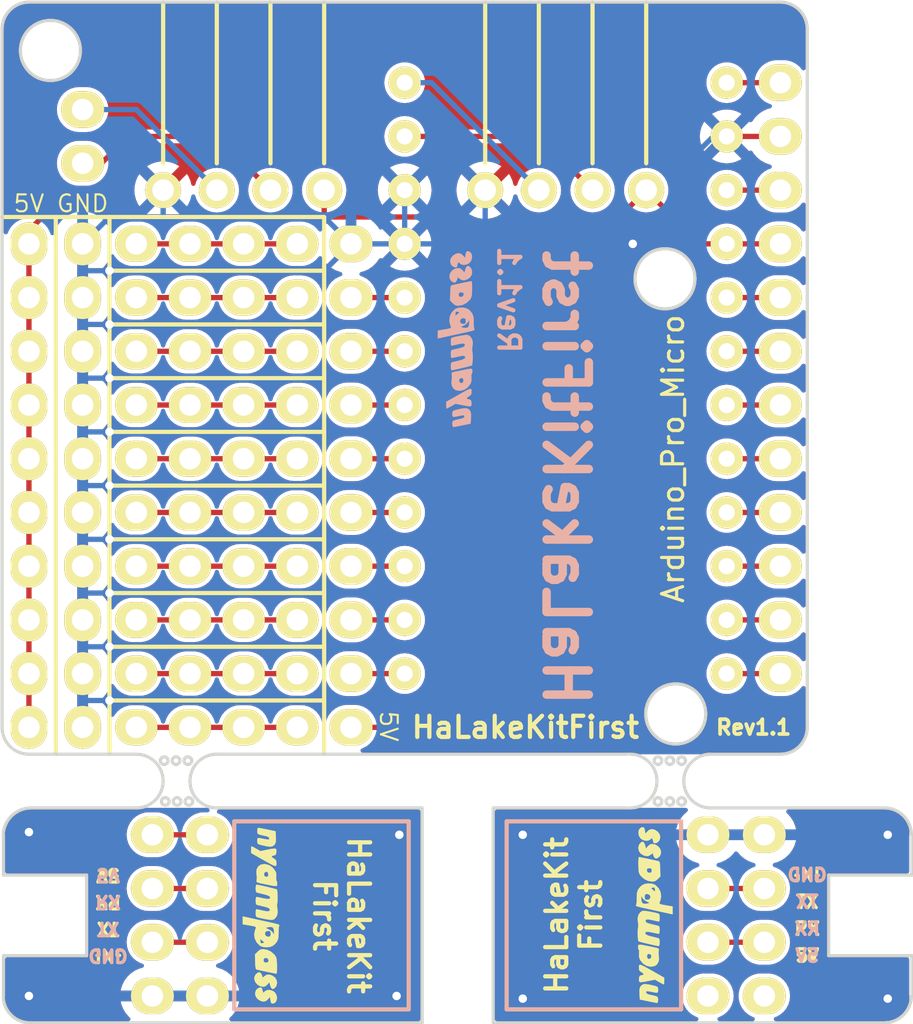
<source format=kicad_pcb>
(kicad_pcb (version 20221018) (generator pcbnew)
  (title_block (title "HaLakeKitFirst") (date "2017-01-19") (rev "1.1") (company "Nyampass.co.ltd."))
  (layers (0 "F.Cu" signal) (31 "B.Cu" signal) (34 "B.Paste" user) (35 "F.Paste" user) (36 "B.SilkS" user "B.Silkscreen") (37 "F.SilkS" user "F.Silkscreen") (38 "B.Mask" user) (39 "F.Mask" user) (44 "Edge.Cuts" user))
  (net 0 "")
  (net 1 "GND")
  (net 2 "+5V")
  (net 3 "TXD")
  (net 4 "RXD")
  (net 5 "2")
  (net 6 "3")
  (net 7 "4")
  (net 8 "5")
  (net 9 "6")
  (net 10 "7")
  (net 11 "8")
  (net 12 "9")
  (net 13 "Net-(J26-Pad1)")
  (net 14 "Net-(J26-Pad2)")
  (net 15 "A3")
  (net 16 "A2")
  (net 17 "A1")
  (net 18 "A0")
  (net 19 "15")
  (net 20 "14")
  (net 21 "16")
  (net 22 "10")
  (net 23 "RST")
  (net 24 "RAW")
  (net 25 "Net-(J1-Pad1)")
  (net 26 "Net-(J2-Pad1)")
  (net 27 "Net-(J3-Pad1)")
  (net 28 "Net-(J4-Pad1)")
  (net 29 "Net-(J5-Pad1)")
  (net 30 "Connector1_GND")
  (net 31 "Connector1_TX")
  (net 32 "Connector1_RX")
  (net 33 "Connector1_5V")
  (net 34 "Connector2_5V")
  (net 35 "Connector2_RX")
  (net 36 "Connector2_TX")
  (net 37 "Connector2_GND")
  (net 38 "Net-(J11-Pad1)")
  (net 39 "Net-(J12-Pad1)")
  (net 40 "Net-(J13-Pad1)")
  (net 41 "Net-(J14-Pad1)")
  (net 42 "Net-(J15-Pad1)")
  (footprint "simple_headers:Pin_Header_Straight_1x10" (layer "F.Cu") (at 127 137.16 90)
    (fp_text reference "J21" hide)
    (fp_text value "LINE_10" hide)
    (pad "1" thru_hole oval (at 0 0 90) (size 2.032 1.7272) (drill 1.016) (layers "*.Cu" "*.Mask" "F.SilkS") (net 1 "GND"))
    (pad "2" thru_hole oval (at 2.54 0 90) (size 2.032 1.7272) (drill 1.016) (layers "*.Cu" "*.Mask" "F.SilkS") (net 1 "GND"))
    (pad "3" thru_hole oval (at 5.08 0 90) (size 2.032 1.7272) (drill 1.016) (layers "*.Cu" "*.Mask" "F.SilkS") (net 1 "GND"))
    (pad "4" thru_hole oval (at 7.62 0 90) (size 2.032 1.7272) (drill 1.016) (layers "*.Cu" "*.Mask" "F.SilkS") (net 1 "GND"))
    (pad "5" thru_hole oval (at 10.16 0 90) (size 2.032 1.7272) (drill 1.016) (layers "*.Cu" "*.Mask" "F.SilkS") (net 1 "GND"))
    (pad "6" thru_hole oval (at 12.7 0 90) (size 2.032 1.7272) (drill 1.016) (layers "*.Cu" "*.Mask" "F.SilkS") (net 1 "GND"))
    (pad "7" thru_hole oval (at 15.24 0 90) (size 2.032 1.7272) (drill 1.016) (layers "*.Cu" "*.Mask" "F.SilkS") (net 1 "GND"))
    (pad "8" thru_hole oval (at 17.78 0 90) (size 2.032 1.7272) (drill 1.016) (layers "*.Cu" "*.Mask" "F.SilkS") (net 1 "GND"))
    (pad "9" thru_hole oval (at 20.32 0 90) (size 2.032 1.7272) (drill 1.016) (layers "*.Cu" "*.Mask" "F.SilkS") (net 1 "GND"))
    (pad "10" thru_hole oval (at 22.86 0 90) (size 2.032 1.7272) (drill 1.016) (layers "*.Cu" "*.Mask" "F.SilkS") (net 1 "GND"))
  )
  (footprint "simple_headers:Pin_Header_Straight_1x10" (layer "F.Cu") (at 124.46 137.16 90)
    (fp_text reference "J22" hide)
    (fp_text value "LINE_10" hide)
    (pad "1" thru_hole oval (at 0 0 90) (size 2.032 1.7272) (drill 1.016) (layers "*.Cu" "*.Mask" "F.SilkS") (net 2 "+5V"))
    (pad "2" thru_hole oval (at 2.54 0 90) (size 2.032 1.7272) (drill 1.016) (layers "*.Cu" "*.Mask" "F.SilkS") (net 2 "+5V"))
    (pad "3" thru_hole oval (at 5.08 0 90) (size 2.032 1.7272) (drill 1.016) (layers "*.Cu" "*.Mask" "F.SilkS") (net 2 "+5V"))
    (pad "4" thru_hole oval (at 7.62 0 90) (size 2.032 1.7272) (drill 1.016) (layers "*.Cu" "*.Mask" "F.SilkS") (net 2 "+5V"))
    (pad "5" thru_hole oval (at 10.16 0 90) (size 2.032 1.7272) (drill 1.016) (layers "*.Cu" "*.Mask" "F.SilkS") (net 2 "+5V"))
    (pad "6" thru_hole oval (at 12.7 0 90) (size 2.032 1.7272) (drill 1.016) (layers "*.Cu" "*.Mask" "F.SilkS") (net 2 "+5V"))
    (pad "7" thru_hole oval (at 15.24 0 90) (size 2.032 1.7272) (drill 1.016) (layers "*.Cu" "*.Mask" "F.SilkS") (net 2 "+5V"))
    (pad "8" thru_hole oval (at 17.78 0 90) (size 2.032 1.7272) (drill 1.016) (layers "*.Cu" "*.Mask" "F.SilkS") (net 2 "+5V"))
    (pad "9" thru_hole oval (at 20.32 0 90) (size 2.032 1.7272) (drill 1.016) (layers "*.Cu" "*.Mask" "F.SilkS") (net 2 "+5V"))
    (pad "10" thru_hole oval (at 22.86 0 90) (size 2.032 1.7272) (drill 1.016) (layers "*.Cu" "*.Mask" "F.SilkS") (net 2 "+5V"))
  )
  (footprint "simple_headers:Pin_Header_Straight_1x02" (layer "F.Cu") (at 127 107.95)
    (fp_text reference "J26" hide)
    (fp_text value "HEADER_2" hide)
    (pad "1" thru_hole oval (at 0 0) (size 2.032 1.7272) (drill 1.016) (layers "*.Cu" "*.Mask" "F.SilkS") (net 13 "Net-(J26-Pad1)"))
    (pad "2" thru_hole oval (at 0 2.54) (size 2.032 1.7272) (drill 1.016) (layers "*.Cu" "*.Mask" "F.SilkS") (net 14 "Net-(J26-Pad2)"))
  )
  (footprint "simple_headers:Pin_Header_Straight_1x12" (layer "F.Cu") (at 160.02 106.68)
    (fp_text reference "J27" hide)
    (fp_text value "HEADER_12" hide)
    (pad "1" thru_hole oval (at 0 0) (size 2.032 1.7272) (drill 1.016) (layers "*.Cu" "*.Mask" "F.SilkS") (net 24 "RAW"))
    (pad "2" thru_hole oval (at 0 2.54) (size 2.032 1.7272) (drill 1.016) (layers "*.Cu" "*.Mask" "F.SilkS") (net 1 "GND"))
    (pad "3" thru_hole oval (at 0 5.08) (size 2.032 1.7272) (drill 1.016) (layers "*.Cu" "*.Mask" "F.SilkS") (net 23 "RST"))
    (pad "4" thru_hole oval (at 0 7.62) (size 2.032 1.7272) (drill 1.016) (layers "*.Cu" "*.Mask" "F.SilkS") (net 2 "+5V"))
    (pad "5" thru_hole oval (at 0 10.16) (size 2.032 1.7272) (drill 1.016) (layers "*.Cu" "*.Mask" "F.SilkS") (net 15 "A3"))
    (pad "6" thru_hole oval (at 0 12.7) (size 2.032 1.7272) (drill 1.016) (layers "*.Cu" "*.Mask" "F.SilkS") (net 16 "A2"))
    (pad "7" thru_hole oval (at 0 15.24) (size 2.032 1.7272) (drill 1.016) (layers "*.Cu" "*.Mask" "F.SilkS") (net 17 "A1"))
    (pad "8" thru_hole oval (at 0 17.78) (size 2.032 1.7272) (drill 1.016) (layers "*.Cu" "*.Mask" "F.SilkS") (net 18 "A0"))
    (pad "9" thru_hole oval (at 0 20.32) (size 2.032 1.7272) (drill 1.016) (layers "*.Cu" "*.Mask" "F.SilkS") (net 19 "15"))
    (pad "10" thru_hole oval (at 0 22.86) (size 2.032 1.7272) (drill 1.016) (layers "*.Cu" "*.Mask" "F.SilkS") (net 20 "14"))
    (pad "11" thru_hole oval (at 0 25.4) (size 2.032 1.7272) (drill 1.016) (layers "*.Cu" "*.Mask" "F.SilkS") (net 21 "16"))
    (pad "12" thru_hole oval (at 0 27.94) (size 2.032 1.7272) (drill 1.016) (layers "*.Cu" "*.Mask" "F.SilkS") (net 22 "10"))
  )
  (footprint "arduino_pro_micro:Arduino Pro Micro" (layer "F.Cu") (at 149.86 106.68)
    (fp_text reference "U1" hide)
    (fp_text value "Arduino_Pro_Micro" (at 5.08 17.78 90) (layer "F.SilkS"))
    (pad "1" thru_hole circle (at -7.62 0) (size 1.524 1.524) (drill 0.762) (layers "*.Cu" "*.Mask" "F.SilkS") (net 3 "TXD"))
    (pad "2" thru_hole circle (at -7.62 2.54) (size 1.524 1.524) (drill 0.762) (layers "*.Cu" "*.Mask" "F.SilkS") (net 4 "RXD"))
    (pad "3" thru_hole circle (at -7.62 5.08) (size 1.524 1.524) (drill 0.762) (layers "*.Cu" "*.Mask" "F.SilkS") (net 1 "GND"))
    (pad "4" thru_hole circle (at -7.62 7.62) (size 1.524 1.524) (drill 0.762) (layers "*.Cu" "*.Mask" "F.SilkS") (net 1 "GND"))
    (pad "5" thru_hole circle (at -7.62 10.16) (size 1.524 1.524) (drill 0.762) (layers "*.Cu" "*.Mask" "F.SilkS") (net 5 "2"))
    (pad "6" thru_hole circle (at -7.62 12.7) (size 1.524 1.524) (drill 0.762) (layers "*.Cu" "*.Mask" "F.SilkS") (net 6 "3"))
    (pad "7" thru_hole circle (at -7.62 15.24) (size 1.524 1.524) (drill 0.762) (layers "*.Cu" "*.Mask" "F.SilkS") (net 7 "4"))
    (pad "8" thru_hole circle (at -7.62 17.78) (size 1.524 1.524) (drill 0.762) (layers "*.Cu" "*.Mask" "F.SilkS") (net 8 "5"))
    (pad "9" thru_hole circle (at -7.62 20.32) (size 1.524 1.524) (drill 0.762) (layers "*.Cu" "*.Mask" "F.SilkS") (net 9 "6"))
    (pad "10" thru_hole circle (at -7.62 22.86) (size 1.524 1.524) (drill 0.762) (layers "*.Cu" "*.Mask" "F.SilkS") (net 10 "7"))
    (pad "11" thru_hole circle (at -7.62 25.4) (size 1.524 1.524) (drill 0.762) (layers "*.Cu" "*.Mask" "F.SilkS") (net 11 "8"))
    (pad "12" thru_hole circle (at -7.62 27.94) (size 1.524 1.524) (drill 0.762) (layers "*.Cu" "*.Mask" "F.SilkS") (net 12 "9"))
    (pad "13" thru_hole circle (at 7.62 27.94) (size 1.524 1.524) (drill 0.762) (layers "*.Cu" "*.Mask" "F.SilkS") (net 22 "10"))
    (pad "14" thru_hole circle (at 7.62 25.4) (size 1.524 1.524) (drill 0.762) (layers "*.Cu" "*.Mask" "F.SilkS") (net 21 "16"))
    (pad "15" thru_hole circle (at 7.62 22.86) (size 1.524 1.524) (drill 0.762) (layers "*.Cu" "*.Mask" "F.SilkS") (net 20 "14"))
    (pad "16" thru_hole circle (at 7.62 20.32) (size 1.524 1.524) (drill 0.762) (layers "*.Cu" "*.Mask" "F.SilkS") (net 19 "15"))
    (pad "17" thru_hole circle (at 7.62 17.78) (size 1.524 1.524) (drill 0.762) (layers "*.Cu" "*.Mask" "F.SilkS") (net 18 "A0"))
    (pad "18" thru_hole circle (at 7.62 15.24) (size 1.524 1.524) (drill 0.762) (layers "*.Cu" "*.Mask" "F.SilkS") (net 17 "A1"))
    (pad "19" thru_hole circle (at 7.62 12.7) (size 1.524 1.524) (drill 0.762) (layers "*.Cu" "*.Mask" "F.SilkS") (net 16 "A2"))
    (pad "20" thru_hole circle (at 7.62 10.16) (size 1.524 1.524) (drill 0.762) (layers "*.Cu" "*.Mask" "F.SilkS") (net 15 "A3"))
    (pad "21" thru_hole circle (at 7.62 7.62) (size 1.524 1.524) (drill 0.762) (layers "*.Cu" "*.Mask" "F.SilkS") (net 2 "+5V"))
    (pad "22" thru_hole circle (at 7.62 5.08) (size 1.524 1.524) (drill 0.762) (layers "*.Cu" "*.Mask" "F.SilkS") (net 23 "RST"))
    (pad "23" thru_hole circle (at 7.62 2.54) (size 1.524 1.524) (drill 0.762) (layers "*.Cu" "*.Mask" "F.SilkS") (net 1 "GND"))
    (pad "24" thru_hole circle (at 7.62 0) (size 1.524 1.524) (drill 0.762) (layers "*.Cu" "*.Mask" "F.SilkS") (net 24 "RAW"))
  )
  (footprint "logos:nyampass_logo_8p4mm" (layer "F.Cu") (at 135.4455 146.05 -90)
    (fp_text reference "G***" hide)
    (fp_text value "LOGO" hide)
  )
  (footprint "simple_headers:Pin_Header_Connect_1x04" (layer "F.Cu") (at 129.54 114.3 90)
    (fp_text reference "J1" hide)
    (fp_text value "LINE_4" hide)
    (pad "1" thru_hole oval (at 0 0 90) (size 1.7 2) (drill 1.016) (layers "*.Cu" "*.Mask" "F.SilkS") (net 25 "Net-(J1-Pad1)"))
    (pad "2" thru_hole oval (at 0 2.54 90) (size 1.7 2) (drill 1.016) (layers "*.Cu" "*.Mask" "F.SilkS") (net 25 "Net-(J1-Pad1)"))
    (pad "3" thru_hole oval (at 0 5.08 90) (size 1.7 2) (drill 1.016) (layers "*.Cu" "*.Mask" "F.SilkS") (net 25 "Net-(J1-Pad1)"))
    (pad "4" thru_hole oval (at 0 7.62 90) (size 1.7 2) (drill 1.016) (layers "*.Cu" "*.Mask" "F.SilkS") (net 25 "Net-(J1-Pad1)"))
  )
  (footprint "simple_headers:Pin_Header_Connect_1x04" (layer "F.Cu") (at 129.54 116.84 90)
    (fp_text reference "J2" hide)
    (fp_text value "LINE_4" hide)
    (pad "1" thru_hole oval (at 0 0 90) (size 1.7 2) (drill 1.016) (layers "*.Cu" "*.Mask" "F.SilkS") (net 26 "Net-(J2-Pad1)"))
    (pad "2" thru_hole oval (at 0 2.54 90) (size 1.7 2) (drill 1.016) (layers "*.Cu" "*.Mask" "F.SilkS") (net 26 "Net-(J2-Pad1)"))
    (pad "3" thru_hole oval (at 0 5.08 90) (size 1.7 2) (drill 1.016) (layers "*.Cu" "*.Mask" "F.SilkS") (net 26 "Net-(J2-Pad1)"))
    (pad "4" thru_hole oval (at 0 7.62 90) (size 1.7 2) (drill 1.016) (layers "*.Cu" "*.Mask" "F.SilkS") (net 26 "Net-(J2-Pad1)"))
  )
  (footprint "simple_headers:Pin_Header_Connect_1x04" (layer "F.Cu") (at 129.54 119.38 90)
    (fp_text reference "J3" hide)
    (fp_text value "LINE_4" hide)
    (pad "1" thru_hole oval (at 0 0 90) (size 1.7 2) (drill 1.016) (layers "*.Cu" "*.Mask" "F.SilkS") (net 27 "Net-(J3-Pad1)"))
    (pad "2" thru_hole oval (at 0 2.54 90) (size 1.7 2) (drill 1.016) (layers "*.Cu" "*.Mask" "F.SilkS") (net 27 "Net-(J3-Pad1)"))
    (pad "3" thru_hole oval (at 0 5.08 90) (size 1.7 2) (drill 1.016) (layers "*.Cu" "*.Mask" "F.SilkS") (net 27 "Net-(J3-Pad1)"))
    (pad "4" thru_hole oval (at 0 7.62 90) (size 1.7 2) (drill 1.016) (layers "*.Cu" "*.Mask" "F.SilkS") (net 27 "Net-(J3-Pad1)"))
  )
  (footprint "simple_headers:Pin_Header_Connect_1x04" (layer "F.Cu") (at 129.54 132.08 90)
    (fp_text reference "J4" hide)
    (fp_text value "LINE_4" hide)
    (pad "1" thru_hole oval (at 0 0 90) (size 1.7 2) (drill 1.016) (layers "*.Cu" "*.Mask" "F.SilkS") (net 28 "Net-(J4-Pad1)"))
    (pad "2" thru_hole oval (at 0 2.54 90) (size 1.7 2) (drill 1.016) (layers "*.Cu" "*.Mask" "F.SilkS") (net 28 "Net-(J4-Pad1)"))
    (pad "3" thru_hole oval (at 0 5.08 90) (size 1.7 2) (drill 1.016) (layers "*.Cu" "*.Mask" "F.SilkS") (net 28 "Net-(J4-Pad1)"))
    (pad "4" thru_hole oval (at 0 7.62 90) (size 1.7 2) (drill 1.016) (layers "*.Cu" "*.Mask" "F.SilkS") (net 28 "Net-(J4-Pad1)"))
  )
  (footprint "simple_headers:Pin_Header_Connect_1x04" (layer "F.Cu") (at 129.54 121.92 90)
    (fp_text reference "J5" hide)
    (fp_text value "LINE_4" hide)
    (pad "1" thru_hole oval (at 0 0 90) (size 1.7 2) (drill 1.016) (layers "*.Cu" "*.Mask" "F.SilkS") (net 29 "Net-(J5-Pad1)"))
    (pad "2" thru_hole oval (at 0 2.54 90) (size 1.7 2) (drill 1.016) (layers "*.Cu" "*.Mask" "F.SilkS") (net 29 "Net-(J5-Pad1)"))
    (pad "3" thru_hole oval (at 0 5.08 90) (size 1.7 2) (drill 1.016) (layers "*.Cu" "*.Mask" "F.SilkS") (net 29 "Net-(J5-Pad1)"))
    (pad "4" thru_hole oval (at 0 7.62 90) (size 1.7 2) (drill 1.016) (layers "*.Cu" "*.Mask" "F.SilkS") (net 29 "Net-(J5-Pad1)"))
  )
  (footprint "simple_headers:Pin_Header_Straight_1x10" (layer "F.Cu") (at 139.7 114.3)
    (fp_text reference "J6" hide)
    (fp_text value "HEADER_10" hide)
    (pad "1" thru_hole oval (at 0 0) (size 2.032 1.7272) (drill 1.016) (layers "*.Cu" "*.Mask" "F.SilkS") (net 1 "GND"))
    (pad "2" thru_hole oval (at 0 2.54) (size 2.032 1.7272) (drill 1.016) (layers "*.Cu" "*.Mask" "F.SilkS") (net 5 "2"))
    (pad "3" thru_hole oval (at 0 5.08) (size 2.032 1.7272) (drill 1.016) (layers "*.Cu" "*.Mask" "F.SilkS") (net 6 "3"))
    (pad "4" thru_hole oval (at 0 7.62) (size 2.032 1.7272) (drill 1.016) (layers "*.Cu" "*.Mask" "F.SilkS") (net 7 "4"))
    (pad "5" thru_hole oval (at 0 10.16) (size 2.032 1.7272) (drill 1.016) (layers "*.Cu" "*.Mask" "F.SilkS") (net 8 "5"))
    (pad "6" thru_hole oval (at 0 12.7) (size 2.032 1.7272) (drill 1.016) (layers "*.Cu" "*.Mask" "F.SilkS") (net 9 "6"))
    (pad "7" thru_hole oval (at 0 15.24) (size 2.032 1.7272) (drill 1.016) (layers "*.Cu" "*.Mask" "F.SilkS") (net 10 "7"))
    (pad "8" thru_hole oval (at 0 17.78) (size 2.032 1.7272) (drill 1.016) (layers "*.Cu" "*.Mask" "F.SilkS") (net 11 "8"))
    (pad "9" thru_hole oval (at 0 20.32) (size 2.032 1.7272) (drill 1.016) (layers "*.Cu" "*.Mask" "F.SilkS") (net 12 "9"))
    (pad "10" thru_hole oval (at 0 22.86) (size 2.032 1.7272) (drill 1.016) (layers "*.Cu" "*.Mask" "F.SilkS") (net 2 "+5V"))
  )
  (footprint "simple_headers:Pin_Header_Straight_1x04" (layer "F.Cu") (at 132.9055 142.24)
    (fp_text reference "J9" hide)
    (fp_text value "Connector_4" hide)
    (pad "1" thru_hole oval (at 0 0) (size 2.032 1.7272) (drill 1.016) (layers "*.Cu" "*.Mask" "F.SilkS") (net 33 "Connector1_5V"))
    (pad "2" thru_hole oval (at 0 2.54) (size 2.032 1.7272) (drill 1.016) (layers "*.Cu" "*.Mask" "F.SilkS") (net 32 "Connector1_RX"))
    (pad "3" thru_hole oval (at 0 5.08) (size 2.032 1.7272) (drill 1.016) (layers "*.Cu" "*.Mask" "F.SilkS") (net 31 "Connector1_TX"))
    (pad "4" thru_hole oval (at 0 7.62) (size 2.032 1.7272) (drill 1.016) (layers "*.Cu" "*.Mask" "F.SilkS") (net 30 "Connector1_GND"))
  )
  (footprint "simple_headers:Pin_Header_Straight_1x04" (layer "F.Cu") (at 156.591 149.86 180)
    (fp_text reference "J10" hide)
    (fp_text value "Connector_4" hide)
    (pad "1" thru_hole oval (at 0 0 180) (size 2.032 1.7272) (drill 1.016) (layers "*.Cu" "*.Mask" "F.SilkS") (net 34 "Connector2_5V"))
    (pad "2" thru_hole oval (at 0 2.54 180) (size 2.032 1.7272) (drill 1.016) (layers "*.Cu" "*.Mask" "F.SilkS") (net 35 "Connector2_RX"))
    (pad "3" thru_hole oval (at 0 5.08 180) (size 2.032 1.7272) (drill 1.016) (layers "*.Cu" "*.Mask" "F.SilkS") (net 36 "Connector2_TX"))
    (pad "4" thru_hole oval (at 0 7.62 180) (size 2.032 1.7272) (drill 1.016) (layers "*.Cu" "*.Mask" "F.SilkS") (net 37 "Connector2_GND"))
  )
  (footprint "simple_headers:Pin_Header_Connect_1x04" (layer "F.Cu") (at 129.54 124.46 90)
    (fp_text reference "J11" hide)
    (fp_text value "LINE_4" hide)
    (pad "1" thru_hole oval (at 0 0 90) (size 1.7 2) (drill 1.016) (layers "*.Cu" "*.Mask" "F.SilkS") (net 38 "Net-(J11-Pad1)"))
    (pad "2" thru_hole oval (at 0 2.54 90) (size 1.7 2) (drill 1.016) (layers "*.Cu" "*.Mask" "F.SilkS") (net 38 "Net-(J11-Pad1)"))
    (pad "3" thru_hole oval (at 0 5.08 90) (size 1.7 2) (drill 1.016) (layers "*.Cu" "*.Mask" "F.SilkS") (net 38 "Net-(J11-Pad1)"))
    (pad "4" thru_hole oval (at 0 7.62 90) (size 1.7 2) (drill 1.016) (layers "*.Cu" "*.Mask" "F.SilkS") (net 38 "Net-(J11-Pad1)"))
  )
  (footprint "simple_headers:Pin_Header_Connect_1x04" (layer "F.Cu") (at 129.54 127 90)
    (fp_text reference "J12" hide)
    (fp_text value "LINE_4" hide)
    (pad "1" thru_hole oval (at 0 0 90) (size 1.7 2) (drill 1.016) (layers "*.Cu" "*.Mask" "F.SilkS") (net 39 "Net-(J12-Pad1)"))
    (pad "2" thru_hole oval (at 0 2.54 90) (size 1.7 2) (drill 1.016) (layers "*.Cu" "*.Mask" "F.SilkS") (net 39 "Net-(J12-Pad1)"))
    (pad "3" thru_hole oval (at 0 5.08 90) (size 1.7 2) (drill 1.016) (layers "*.Cu" "*.Mask" "F.SilkS") (net 39 "Net-(J12-Pad1)"))
    (pad "4" thru_hole oval (at 0 7.62 90) (size 1.7 2) (drill 1.016) (layers "*.Cu" "*.Mask" "F.SilkS") (net 39 "Net-(J12-Pad1)"))
  )
  (footprint "simple_headers:Pin_Header_Connect_1x04" (layer "F.Cu") (at 129.54 134.62 90)
    (fp_text reference "J13" hide)
    (fp_text value "LINE_4" hide)
    (pad "1" thru_hole oval (at 0 0 90) (size 1.7 2) (drill 1.016) (layers "*.Cu" "*.Mask" "F.SilkS") (net 40 "Net-(J13-Pad1)"))
    (pad "2" thru_hole oval (at 0 2.54 90) (size 1.7 2) (drill 1.016) (layers "*.Cu" "*.Mask" "F.SilkS") (net 40 "Net-(J13-Pad1)"))
    (pad "3" thru_hole oval (at 0 5.08 90) (size 1.7 2) (drill 1.016) (layers "*.Cu" "*.Mask" "F.SilkS") (net 40 "Net-(J13-Pad1)"))
    (pad "4" thru_hole oval (at 0 7.62 90) (size 1.7 2) (drill 1.016) (layers "*.Cu" "*.Mask" "F.SilkS") (net 40 "Net-(J13-Pad1)"))
  )
  (footprint "simple_headers:Pin_Header_Connect_1x04" (layer "F.Cu") (at 129.54 129.54 90)
    (fp_text reference "J14" hide)
    (fp_text value "LINE_4" hide)
    (pad "1" thru_hole oval (at 0 0 90) (size 1.7 2) (drill 1.016) (layers "*.Cu" "*.Mask" "F.SilkS") (net 41 "Net-(J14-Pad1)"))
    (pad "2" thru_hole oval (at 0 2.54 90) (size 1.7 2) (drill 1.016) (layers "*.Cu" "*.Mask" "F.SilkS") (net 41 "Net-(J14-Pad1)"))
    (pad "3" thru_hole oval (at 0 5.08 90) (size 1.7 2) (drill 1.016) (layers "*.Cu" "*.Mask" "F.SilkS") (net 41 "Net-(J14-Pad1)"))
    (pad "4" thru_hole oval (at 0 7.62 90) (size 1.7 2) (drill 1.016) (layers "*.Cu" "*.Mask" "F.SilkS") (net 41 "Net-(J14-Pad1)"))
  )
  (footprint "simple_headers:Pin_Header_Connect_1x04" (layer "F.Cu") (at 129.54 137.16 90)
    (fp_text reference "J15" hide)
    (fp_text value "LINE_4" hide)
    (pad "1" thru_hole oval (at 0 0 90) (size 1.7 2) (drill 1.016) (layers "*.Cu" "*.Mask" "F.SilkS") (net 42 "Net-(J15-Pad1)"))
    (pad "2" thru_hole oval (at 0 2.54 90) (size 1.7 2) (drill 1.016) (layers "*.Cu" "*.Mask" "F.SilkS") (net 42 "Net-(J15-Pad1)"))
    (pad "3" thru_hole oval (at 0 5.08 90) (size 1.7 2) (drill 1.016) (layers "*.Cu" "*.Mask" "F.SilkS") (net 42 "Net-(J15-Pad1)"))
    (pad "4" thru_hole oval (at 0 7.62 90) (size 1.7 2) (drill 1.016) (layers "*.Cu" "*.Mask" "F.SilkS") (net 42 "Net-(J15-Pad1)"))
  )
  (footprint "simple_headers:Pin_Header_Circle_1x04" (layer "F.Cu") (at 153.67 111.76 -90)
    (fp_text reference "J24" hide)
    (fp_text value "CIRCLES_4" hide)
    (pad "1" thru_hole circle (at 0 0 270) (size 1.7 1.7) (drill 1.016) (layers "*.Cu" "*.Mask" "F.SilkS") (net 2 "+5V"))
    (pad "2" thru_hole circle (at 0 2.54 270) (size 1.7 1.7) (drill 1.016) (layers "*.Cu" "*.Mask" "F.SilkS") (net 4 "RXD"))
    (pad "3" thru_hole circle (at 0 5.08 270) (size 1.7 1.7) (drill 1.016) (layers "*.Cu" "*.Mask" "F.SilkS") (net 3 "TXD"))
    (pad "4" thru_hole circle (at 0 7.62 270) (size 1.7 1.7) (drill 1.016) (layers "*.Cu" "*.Mask" "F.SilkS") (net 1 "GND"))
  )
  (footprint "simple_headers:Pin_Header_Circle_1x04" (layer "F.Cu") (at 138.43 111.76 -90)
    (fp_text reference "J28" hide)
    (fp_text value "CIRCLES_4" hide)
    (pad "1" thru_hole circle (at 0 0 270) (size 1.7 1.7) (drill 1.016) (layers "*.Cu" "*.Mask" "F.SilkS") (net 2 "+5V"))
    (pad "2" thru_hole circle (at 0 2.54 270) (size 1.7 1.7) (drill 1.016) (layers "*.Cu" "*.Mask" "F.SilkS") (net 14 "Net-(J26-Pad2)"))
    (pad "3" thru_hole circle (at 0 5.08 270) (size 1.7 1.7) (drill 1.016) (layers "*.Cu" "*.Mask" "F.SilkS") (net 13 "Net-(J26-Pad1)"))
    (pad "4" thru_hole circle (at 0 7.62 270) (size 1.7 1.7) (drill 1.016) (layers "*.Cu" "*.Mask" "F.SilkS") (net 1 "GND"))
  )
  (footprint "logos:nyampass_logo_8p4mm" (layer "F.Cu") (at 154.051 146.05 90)
    (fp_text reference "G***" hide)
    (fp_text value "LOGO" hide)
  )
  (footprint "simple_headers:Pin_Header_Straight_1x04" (layer "F.Cu") (at 130.302 142.24)
    (fp_text reference "J7" hide)
    (fp_text value "Connector_4" hide)
    (pad "1" thru_hole oval (at 0 0) (size 2.032 1.7272) (drill 1.016) (layers "*.Cu" "*.Mask" "F.SilkS") (net 33 "Connector1_5V"))
    (pad "2" thru_hole oval (at 0 2.54) (size 2.032 1.7272) (drill 1.016) (layers "*.Cu" "*.Mask" "F.SilkS") (net 32 "Connector1_RX"))
    (pad "3" thru_hole oval (at 0 5.08) (size 2.032 1.7272) (drill 1.016) (layers "*.Cu" "*.Mask" "F.SilkS") (net 31 "Connector1_TX"))
    (pad "4" thru_hole oval (at 0 7.62) (size 2.032 1.7272) (drill 1.016) (layers "*.Cu" "*.Mask" "F.SilkS") (net 30 "Connector1_GND"))
  )
  (footprint "simple_headers:Pin_Header_Straight_1x04" (layer "F.Cu") (at 159.258 149.86 180)
    (fp_text reference "J8" hide)
    (fp_text value "Connector_4" hide)
    (pad "1" thru_hole oval (at 0 0 180) (size 2.032 1.7272) (drill 1.016) (layers "*.Cu" "*.Mask" "F.SilkS") (net 34 "Connector2_5V"))
    (pad "2" thru_hole oval (at 0 2.54 180) (size 2.032 1.7272) (drill 1.016) (layers "*.Cu" "*.Mask" "F.SilkS") (net 35 "Connector2_RX"))
    (pad "3" thru_hole oval (at 0 5.08 180) (size 2.032 1.7272) (drill 1.016) (layers "*.Cu" "*.Mask" "F.SilkS") (net 36 "Connector2_TX"))
    (pad "4" thru_hole oval (at 0 7.62 180) (size 2.032 1.7272) (drill 1.016) (layers "*.Cu" "*.Mask" "F.SilkS") (net 37 "Connector2_GND"))
  )
  (footprint "logos:nyampass_logo_8p4mm" (layer "B.Cu") (at 144.6784 118.8212 90)
    (fp_text reference "G***" hide)
    (fp_text value "LOGO" hide)
  )
  (gr_line (start 147.066 150.495) (end 147.066 141.605) (stroke (width 0.2)) (layer "B.SilkS"))
  (gr_line (start 155.321 150.495) (end 147.066 150.495) (stroke (width 0.2)) (layer "B.SilkS"))
  (gr_line (start 155.321 141.605) (end 155.321 150.495) (stroke (width 0.2)) (layer "B.SilkS"))
  (gr_line (start 147.066 141.605) (end 155.321 141.605) (stroke (width 0.2)) (layer "B.SilkS"))
  (gr_line (start 134.1755 141.605) (end 142.4305 141.605) (stroke (width 0.2)) (layer "B.SilkS"))
  (gr_line (start 142.4305 141.605) (end 142.4305 150.495) (stroke (width 0.2)) (layer "B.SilkS"))
  (gr_line (start 134.1755 150.495) (end 134.1755 141.605) (stroke (width 0.2)) (layer "B.SilkS"))
  (gr_line (start 142.4305 150.495) (end 134.1755 150.495) (stroke (width 0.2)) (layer "B.SilkS"))
  (gr_line (start 153.67 102.87) (end 153.67 110.49) (stroke (width 0.2)) (layer "F.SilkS"))
  (gr_line (start 151.13 110.49) (end 151.13 102.87) (stroke (width 0.2)) (layer "F.SilkS"))
  (gr_line (start 148.59 110.49) (end 148.59 102.87) (stroke (width 0.2)) (layer "F.SilkS"))
  (gr_line (start 146.05 110.49) (end 146.05 102.87) (stroke (width 0.2)) (layer "F.SilkS"))
  (gr_line (start 130.81 110.49) (end 130.81 102.87) (stroke (width 0.2)) (layer "F.SilkS"))
  (gr_line (start 135.89 110.49) (end 135.89 102.87) (stroke (width 0.2)) (layer "F.SilkS"))
  (gr_line (start 128.27 120.65) (end 138.43 120.65) (stroke (width 0.2)) (layer "F.SilkS"))
  (gr_line (start 128.27 113.03) (end 128.27 138.43) (stroke (width 0.2)) (layer "F.SilkS"))
  (gr_line (start 128.27 123.19) (end 138.43 123.19) (stroke (width 0.2)) (layer "F.SilkS"))
  (gr_line (start 128.27 130.81) (end 138.43 130.81) (stroke (width 0.2)) (layer "F.SilkS"))
  (gr_line (start 128.27 135.89) (end 138.43 135.89) (stroke (width 0.2)) (layer "F.SilkS"))
  (gr_line (start 138.43 102.87) (end 138.43 110.49) (stroke (width 0.2)) (layer "F.SilkS"))
  (gr_line (start 128.27 115.57) (end 138.43 115.57) (stroke (width 0.2)) (layer "F.SilkS"))
  (gr_line (start 138.43 113.03) (end 138.43 138.43) (stroke (width 0.2)) (layer "F.SilkS"))
  (gr_line (start 125.73 138.43) (end 125.73 113.03) (stroke (width 0.2)) (layer "F.SilkS"))
  (gr_line (start 128.27 133.35) (end 138.43 133.35) (stroke (width 0.2)) (layer "F.SilkS"))
  (gr_line (start 133.35 110.49) (end 133.35 102.87) (stroke (width 0.2)) (layer "F.SilkS"))
  (gr_line (start 123.19 113.03) (end 138.43 113.03) (stroke (width 0.2)) (layer "F.SilkS"))
  (gr_line (start 128.27 118.11) (end 138.43 118.11) (stroke (width 0.2)) (layer "F.SilkS"))
  (gr_line (start 128.27 125.73) (end 138.43 125.73) (stroke (width 0.2)) (layer "F.SilkS"))
  (gr_line (start 128.27 128.27) (end 138.43 128.27) (stroke (width 0.2)) (layer "F.SilkS"))
  (gr_line (start 146.431 151.13) (end 146.431 140.97) (stroke (width 0.15)) (layer "Edge.Cuts"))
  (gr_line (start 162.306 147.955) (end 166.243 147.955) (stroke (width 0.15)) (layer "Edge.Cuts"))
  (gr_line (start 162.306 144.145) (end 166.243 144.145) (stroke (width 0.15)) (layer "Edge.Cuts"))
  (gr_line (start 166.243 147.955) (end 166.243 149.86) (stroke (width 0.15)) (layer "Edge.Cuts"))
  (gr_line (start 166.243 142.24) (end 166.243 144.145) (stroke (width 0.15)) (layer "Edge.Cuts"))
  (gr_circle (center 131.4196 138.7348) (end 131.5212 138.8872) (stroke (width 0.15)) (fill none) (layer "Edge.Cuts"))
  (gr_circle (center 131.4704 140.6652) (end 131.572 140.8176) (stroke (width 0.15)) (fill none) (layer "Edge.Cuts"))
  (gr_circle (center 154.2288 140.6652) (end 154.3304 140.8176) (stroke (width 0.15)) (fill none) (layer "Edge.Cuts"))
  (gr_circle (center 132.0292 140.6652) (end 132.1308 140.8176) (stroke (width 0.15)) (fill none) (layer "Edge.Cuts"))
  (gr_circle (center 154.2288 138.7348) (end 154.3304 138.8872) (stroke (width 0.15)) (fill none) (layer "Edge.Cuts"))
  (gr_circle (center 154.7876 138.7348) (end 154.8892 138.8872) (stroke (width 0.15)) (fill none) (layer "Edge.Cuts"))
  (gr_circle (center 155.3464 140.6652) (end 155.448 140.8176) (stroke (width 0.15)) (fill none) (layer "Edge.Cuts"))
  (gr_circle (center 154.7876 140.6652) (end 154.8892 140.8176) (stroke (width 0.15)) (fill none) (layer "Edge.Cuts"))
  (gr_circle (center 155.3464 138.7348) (end 155.448 138.8872) (stroke (width 0.15)) (fill none) (layer "Edge.Cuts"))
  (gr_circle (center 154.559 115.951) (end 155.829 115.316) (stroke (width 0.15)) (fill none) (layer "Edge.Cuts"))
  (gr_circle (center 155.067 136.525) (end 156.337 135.89) (stroke (width 0.15)) (fill none) (layer "Edge.Cuts"))
  (gr_arc (start 154.178 139.7) (mid 153.806026 140.598026) (end 152.908 140.97) (stroke (width 0.15)) (layer "Edge.Cuts"))
  (gr_line (start 127.1905 144.145) (end 123.2535 144.145) (stroke (width 0.15)) (layer "Edge.Cuts"))
  (gr_arc (start 130.81 139.7) (mid 130.438026 140.598026) (end 129.54 140.97) (stroke (width 0.15)) (layer "Edge.Cuts"))
  (gr_arc (start 124.46 138.43) (mid 123.561974 138.058026) (end 123.19 137.16) (stroke (width 0.15)) (layer "Edge.Cuts"))
  (gr_line (start 162.306 144.145) (end 162.306 147.955) (stroke (width 0.15)) (layer "Edge.Cuts"))
  (gr_line (start 161.29 104.14) (end 161.29 137.16) (stroke (width 0.15)) (layer "Edge.Cuts"))
  (gr_line (start 124.587 140.97) (end 129.54 140.97) (stroke (width 0.15)) (layer "Edge.Cuts"))
  (gr_arc (start 152.908 138.43) (mid 153.806026 138.801974) (end 154.178 139.7) (stroke (width 0.15)) (layer "Edge.Cuts"))
  (gr_arc (start 124.5616 151.13) (mid 123.648695 150.793947) (end 123.2408 149.9108) (stroke (width 0.15)) (layer "Edge.Cuts"))
  (gr_arc (start 160.02 102.87) (mid 160.918026 103.241974) (end 161.29 104.14) (stroke (width 0.15)) (layer "Edge.Cuts"))
  (gr_arc (start 161.29 137.16) (mid 160.918026 138.058026) (end 160.02 138.43) (stroke (width 0.15)) (layer "Edge.Cuts"))
  (gr_line (start 124.5235 151.13) (end 143.0655 151.13) (stroke (width 0.15)) (layer "Edge.Cuts"))
  (gr_line (start 123.2535 144.145) (end 123.2535 142.24) (stroke (width 0.15)) (layer "Edge.Cuts"))
  (gr_line (start 127.1905 147.955) (end 123.2535 147.955) (stroke (width 0.15)) (layer "Edge.Cuts"))
  (gr_line (start 133.2865 138.43) (end 152.781 138.43) (stroke (width 0.15)) (layer "Edge.Cuts"))
  (gr_circle (center 130.9116 140.6652) (end 131.0132 140.8176) (stroke (width 0.15)) (fill none) (layer "Edge.Cuts"))
  (gr_arc (start 129.54 138.43) (mid 130.438026 138.801974) (end 130.81 139.7) (stroke (width 0.15)) (layer "Edge.Cuts"))
  (gr_line (start 123.2535 149.86) (end 123.2535 147.955) (stroke (width 0.15)) (layer "Edge.Cuts"))
  (gr_line (start 156.591 138.43) (end 160.02 138.43) (stroke (width 0.15)) (layer "Edge.Cuts"))
  (gr_circle (center 130.8608 138.7348) (end 131.0132 138.8364) (stroke (width 0.15)) (fill none) (layer "Edge.Cuts"))
  (gr_arc (start 155.448 139.7) (mid 155.819974 138.801974) (end 156.718 138.43) (stroke (width 0.15)) (layer "Edge.Cuts"))
  (gr_line (start 124.46 138.43) (end 129.54 138.43) (stroke (width 0.15)) (layer "Edge.Cuts"))
  (gr_circle (center 131.9784 138.7348) (end 132.08 138.8872) (stroke (width 0.15)) (fill none) (layer "Edge.Cuts"))
  (gr_arc (start 123.19 104.14) (mid 123.561974 103.241974) (end 124.46 102.87) (stroke (width 0.15)) (layer "Edge.Cuts"))
  (gr_line (start 123.19 137.16) (end 123.19 104.14) (stroke (width 0.15)) (layer "Edge.Cuts"))
  (gr_line (start 164.973 140.97) (end 156.591 140.97) (stroke (width 0.15)) (layer "Edge.Cuts"))
  (gr_line (start 146.431 140.97) (end 152.781 140.97) (stroke (width 0.15)) (layer "Edge.Cuts"))
  (gr_arc (start 133.35 140.97) (mid 132.451974 140.598026) (end 132.08 139.7) (stroke (width 0.15)) (layer "Edge.Cuts"))
  (gr_line (start 133.35 140.97) (end 143.0655 140.97) (stroke (width 0.15)) (layer "Edge.Cuts"))
  (gr_line (start 127.1905 147.955) (end 127.1905 144.145) (stroke (width 0.15)) (layer "Edge.Cuts"))
  (gr_arc (start 132.08 139.7) (mid 132.451974 138.801974) (end 133.35 138.43) (stroke (width 0.15)) (layer "Edge.Cuts"))
  (gr_line (start 146.431 151.13) (end 164.973 151.13) (stroke (width 0.15)) (layer "Edge.Cuts"))
  (gr_arc (start 164.9476 140.97) (mid 165.845626 141.341974) (end 166.2176 142.24) (stroke (width 0.15)) (layer "Edge.Cuts"))
  (gr_arc (start 166.2176 149.86) (mid 165.845626 150.758026) (end 164.9476 151.13) (stroke (width 0.15)) (layer "Edge.Cuts"))
  (gr_arc (start 156.718 140.97) (mid 155.819974 140.598026) (end 155.448 139.7) (stroke (width 0.15)) (layer "Edge.Cuts"))
  (gr_circle (center 125.476 105.156) (end 126.746 104.521) (stroke (width 0.15)) (fill none) (layer "Edge.Cuts"))
  (gr_line (start 143.0655 140.97) (end 143.0655 151.13) (stroke (width 0.15)) (layer "Edge.Cuts"))
  (gr_arc (start 123.2408 142.2908) (mid 123.627653 141.356853) (end 124.5616 140.97) (stroke (width 0.15)) (layer "Edge.Cuts"))
  (gr_line (start 124.46 102.87) (end 160.02 102.87) (stroke (width 0.15)) (layer "Edge.Cuts"))
  (gr_text "TX" (at 128.2065 146.685 180) (layer "B.SilkS") (effects (font (size 0.6 0.6)) (justify mirror)))
  (gr_text "RX" (at 128.2065 145.415 180) (layer "B.SilkS") (effects (font (size 0.6 0.6)) (justify mirror)))
  (gr_text "5V" (at 128.2065 144.145 180) (layer "B.SilkS") (effects (font (size 0.6 0.6)) (justify mirror)))
  (gr_text "5V" (at 161.29 147.955) (layer "B.SilkS") (effects (font (size 0.6 0.6)) (justify mirror)))
  (gr_text "RX" (at 161.29 146.685) (layer "B.SilkS") (effects (font (size 0.6 0.6)) (justify mirror)))
  (gr_text "TX" (at 161.29 145.415) (layer "B.SilkS") (effects (font (size 0.6 0.6)) (justify mirror)))
  (gr_text "GND" (at 161.29 144.145) (layer "B.SilkS") (effects (font (size 0.6 0.6)) (justify mirror)))
  (gr_text "HaLakeKitFirst" (at 149.86 125.3744 270) (layer "B.SilkS") (effects (font (size 2 2) (thickness 0.4)) (justify mirror)))
  (gr_text "Rev1.1" (at 147.1676 116.9416 270) (layer "B.SilkS") (effects (font (size 1 1) (thickness 0.2)) (justify mirror)))
  (gr_text "GND" (at 128.2065 147.955 180) (layer "B.SilkS") (effects (font (size 0.6 0.6)) (justify mirror)))
  (gr_text "HaLakeKit\nFirst" (at 139.2555 146.05 270) (layer "F.SilkS") (effects (font (size 1 1) (thickness 0.2))))
  (gr_text "5V" (at 128.2065 144.145 180) (layer "F.SilkS") (effects (font (size 0.6 0.6))))
  (gr_text "GND" (at 128.2065 147.955 180) (layer "F.SilkS") (effects (font (size 0.6 0.6))))
  (gr_text "TX" (at 128.2065 146.685 180) (layer "F.SilkS") (effects (font (size 0.6 0.6))))
  (gr_text "RX" (at 128.2065 145.415 180) (layer "F.SilkS") (effects (font (size 0.6 0.6))))
  (gr_text "RX" (at 161.29 146.685) (layer "F.SilkS") (effects (font (size 0.6 0.6))))
  (gr_text "TX" (at 161.29 145.415) (layer "F.SilkS") (effects (font (size 0.6 0.6))))
  (gr_text "GND" (at 161.29 144.145) (layer "F.SilkS") (effects (font (size 0.6 0.6))))
  (gr_text "5V" (at 161.29 147.955) (layer "F.SilkS") (effects (font (size 0.6 0.6))))
  (gr_text "HaLakeKit\nFirst" (at 150.241 146.05 90) (layer "F.SilkS") (effects (font (size 1 1) (thickness 0.2))))
  (gr_text "5V" (at 124.46 137.16) (layer "F.SilkS") (effects (font (size 0.8 0.8) (thickness 0.1))))
  (gr_text "HaLakeKitFirst" (at 147.955 137.16) (layer "F.SilkS") (effects (font (size 1 1) (thickness 0.2))))
  (gr_text "GND" (at 127 112.395) (layer "F.SilkS") (effects (font (size 0.8 0.8) (thickness 0.1))))
  (gr_text "5V" (at 124.46 112.395) (layer "F.SilkS") (effects (font (size 0.8 0.8) (thickness 0.1))))
  (gr_text "5V" (at 141.478 137.1092 270) (layer "F.SilkS") (effects (font (size 0.8 0.8) (thickness 0.1))))
  (gr_text "Rev1.1" (at 158.75 137.16) (layer "F.SilkS") (effects (font (size 0.7 0.7) (thickness 0.175))))
  (segment (start 128.27 125.73) (end 128.27 125.603) (width 0.25) (layer "F.Cu") (net 1))
  (segment (start 128.27 130.81) (end 128.397 130.81) (width 0.25) (layer "F.Cu") (net 1))
  (segment (start 128.27 128.27) (end 128.27 128.397) (width 0.25) (layer "F.Cu") (net 1))
  (segment (start 139.7 114.3) (end 138.43 115.57) (width 0.25) (layer "F.Cu") (net 1))
  (segment (start 157.48 109.22) (end 160.02 109.22) (width 0.25) (layer "F.Cu") (net 1))
  (via (at 128.27 123.19) (size 0.6) (drill 0.4) (layers "F.Cu" "B.Cu") (net 1))
  (via (at 128.27 130.81) (size 0.6) (drill 0.4) (layers "F.Cu" "B.Cu") (net 1))
  (via (at 128.27 125.73) (size 0.6) (drill 0.4) (layers "F.Cu" "B.Cu") (net 1))
  (via (at 128.27 133.35) (size 0.6) (drill 0.4) (layers "F.Cu" "B.Cu") (net 1))
  (via (at 128.27 120.65) (size 0.6) (drill 0.4) (layers "F.Cu" "B.Cu") (net 1))
  (via (at 128.27 118.11) (size 0.6) (drill 0.4) (layers "F.Cu" "B.Cu") (net 1))
  (via (at 128.27 135.89) (size 0.6) (drill 0.4) (layers "F.Cu" "B.Cu") (net 1))
  (via (at 153.035 114.3) (size 0.6) (drill 0.4) (layers "F.Cu" "B.Cu") (net 1))
  (via (at 128.27 115.57) (size 0.6) (drill 0.4) (layers "F.Cu" "B.Cu") (net 1))
  (via (at 128.27 128.27) (size 0.6) (drill 0.4) (layers "F.Cu" "B.Cu") (net 1))
  (segment (start 156.845 109.22) (end 155.575 110.49) (width 0.25) (layer "B.Cu") (net 1))
  (segment (start 155.575 110.49) (end 155.575 111.76) (width 0.25) (layer "B.Cu") (net 1))
  (segment (start 155.575 111.76) (end 153.035 114.3) (width 0.25) (layer "B.Cu") (net 1))
  (segment (start 153.035 114.3) (end 146.05 114.3) (width 0.25) (layer "B.Cu") (net 1))
  (segment (start 146.05 114.3) (end 139.7 114.3) (width 0.25) (layer "B.Cu") (net 1))
  (segment (start 138.43 113.03) (end 130.81 113.03) (width 0.25) (layer "B.Cu") (net 1))
  (segment (start 128.27 113.03) (end 127 114.3) (width 0.25) (layer "B.Cu") (net 1))
  (segment (start 130.81 113.03) (end 128.27 113.03) (width 0.25) (layer "B.Cu") (net 1))
  (segment (start 127 116.84) (end 127 118.11) (width 0.25) (layer "B.Cu") (net 1))
  (segment (start 127 119.38) (end 127 120.65) (width 0.25) (layer "B.Cu") (net 1))
  (segment (start 127 121.92) (end 127 123.19) (width 0.25) (layer "B.Cu") (net 1))
  (segment (start 127 124.46) (end 127 125.73) (width 0.25) (layer "B.Cu") (net 1))
  (segment (start 127 127) (end 127 128.27) (width 0.25) (layer "B.Cu") (net 1))
  (segment (start 127 129.54) (end 127 130.81) (width 0.25) (layer "B.Cu") (net 1))
  (segment (start 127 132.08) (end 127 133.35) (width 0.25) (layer "B.Cu") (net 1))
  (segment (start 127 134.62) (end 127 135.89) (width 0.25) (layer "B.Cu") (net 1))
  (segment (start 127 135.89) (end 127 137.16) (width 0.25) (layer "B.Cu") (net 1))
  (segment (start 127 133.35) (end 127 134.62) (width 0.25) (layer "B.Cu") (net 1))
  (segment (start 127 125.73) (end 127 127) (width 0.25) (layer "B.Cu") (net 1))
  (segment (start 127 130.81) (end 127 132.08) (width 0.25) (layer "B.Cu") (net 1))
  (segment (start 127 128.27) (end 127 129.54) (width 0.25) (layer "B.Cu") (net 1))
  (segment (start 127 123.19) (end 127 124.46) (width 0.25) (layer "B.Cu") (net 1))
  (segment (start 127 120.65) (end 127 121.92) (width 0.25) (layer "B.Cu") (net 1))
  (segment (start 127 118.11) (end 127 119.38) (width 0.25) (layer "B.Cu") (net 1))
  (segment (start 127 115.57) (end 127 116.84) (width 0.25) (layer "B.Cu") (net 1))
  (segment (start 127 115.57) (end 128.27 115.57) (width 0.25) (layer "B.Cu") (net 1))
  (segment (start 146.05 111.76) (end 146.05 114.3) (width 0.25) (layer "B.Cu") (net 1))
  (segment (start 127 128.27) (end 128.27 128.27) (width 0.25) (layer "B.Cu") (net 1))
  (segment (start 139.7 114.3) (end 138.43 115.57) (width 0.25) (layer "B.Cu") (net 1))
  (segment (start 127 118.11) (end 128.27 118.11) (width 0.25) (layer "B.Cu") (net 1))
  (segment (start 157.48 109.22) (end 156.845 109.22) (width 0.25) (layer "B.Cu") (net 1))
  (segment (start 142.24 111.76) (end 142.24 114.3) (width 0.25) (layer "B.Cu") (net 1))
  (segment (start 127 123.19) (end 128.27 123.19) (width 0.25) (layer "B.Cu") (net 1))
  (segment (start 127 130.81) (end 128.27 130.81) (width 0.25) (layer "B.Cu") (net 1))
  (segment (start 127 125.73) (end 128.27 125.73) (width 0.25) (layer "B.Cu") (net 1))
  (segment (start 127 114.3) (end 127 115.57) (width 0.25) (layer "B.Cu") (net 1))
  (segment (start 127 135.89) (end 128.27 135.89) (width 0.25) (layer "B.Cu") (net 1))
  (segment (start 130.81 111.76) (end 130.81 113.03) (width 0.25) (layer "B.Cu") (net 1))
  (segment (start 127 133.35) (end 128.27 133.35) (width 0.25) (layer "B.Cu") (net 1))
  (segment (start 139.7 114.3) (end 138.43 113.03) (width 0.25) (layer "B.Cu") (net 1))
  (segment (start 127 120.65) (end 128.27 120.65) (width 0.25) (layer "B.Cu") (net 1))
  (segment (start 156.21 114.3) (end 153.67 111.76) (width 0.25) (layer "F.Cu") (net 2))
  (segment (start 151.765 113.665) (end 145.415 113.665) (width 0.25) (layer "F.Cu") (net 2))
  (segment (start 145.415 113.665) (end 144.78 113.03) (width 0.25) (layer "F.Cu") (net 2))
  (segment (start 144.78 113.03) (end 138.43 113.03) (width 0.25) (layer "F.Cu") (net 2))
  (segment (start 138.43 113.03) (end 138.43 111.76) (width 0.25) (layer "F.Cu") (net 2))
  (segment (start 145.415 133.985) (end 142.24 137.16) (width 0.25) (layer "F.Cu") (net 2))
  (segment (start 142.24 137.16) (end 139.7 137.16) (width 0.25) (layer "F.Cu") (net 2))
  (segment (start 124.46 113.665) (end 125.73 112.395) (width 0.25) (layer "F.Cu") (net 2))
  (segment (start 125.73 112.395) (end 128.27 112.395) (width 0.25) (layer "F.Cu") (net 2))
  (segment (start 128.27 112.395) (end 128.905 113.03) (width 0.25) (layer "F.Cu") (net 2))
  (segment (start 128.905 113.03) (end 138.43 113.03) (width 0.25) (layer "F.Cu") (net 2))
  (segment (start 124.46 116.84) (end 124.46 119.38) (width 0.25) (layer "F.Cu") (net 2))
  (segment (start 124.46 119.38) (end 124.46 121.92) (width 0.25) (layer "F.Cu") (net 2))
  (segment (start 124.46 121.92) (end 124.46 124.46) (width 0.25) (layer "F.Cu") (net 2))
  (segment (start 124.46 124.46) (end 124.46 127) (width 0.25) (layer "F.Cu") (net 2))
  (segment (start 124.46 127) (end 124.46 129.54) (width 0.25) (layer "F.Cu") (net 2))
  (segment (start 124.46 129.54) (end 124.46 132.08) (width 0.25) (layer "F.Cu") (net 2))
  (segment (start 124.46 132.08) (end 124.46 134.62) (width 0.25) (layer "F.Cu") (net 2))
  (segment (start 124.46 134.62) (end 124.46 137.16) (width 0.25) (layer "F.Cu") (net 2))
  (segment (start 124.46 114.3) (end 124.46 113.665) (width 0.25) (layer "F.Cu") (net 2))
  (segment (start 157.48 114.3) (end 156.21 114.3) (width 0.25) (layer "F.Cu") (net 2))
  (segment (start 153.67 111.76) (end 151.765 113.665) (width 0.25) (layer "F.Cu") (net 2))
  (segment (start 157.48 114.3) (end 160.02 114.3) (width 0.25) (layer "F.Cu") (net 2))
  (segment (start 145.415 113.665) (end 145.415 133.985) (width 0.25) (layer "F.Cu") (net 2))
  (segment (start 124.46 114.3) (end 124.46 116.84) (width 0.25) (layer "F.Cu") (net 2))
  (segment (start 143.51 106.68) (end 148.59 111.76) (width 0.25) (layer "B.Cu") (net 3))
  (segment (start 142.24 106.68) (end 142.494 106.68) (width 0.25) (layer "B.Cu") (net 3))
  (segment (start 142.24 106.68) (end 143.51 106.68) (width 0.25) (layer "B.Cu") (net 3))
  (segment (start 148.59 109.22) (end 151.13 111.76) (width 0.25) (layer "F.Cu") (net 4))
  (segment (start 142.24 109.22) (end 148.59 109.22) (width 0.25) (layer "F.Cu") (net 4))
  (segment (start 142.24 109.22) (end 142.748 109.22) (width 0.25) (layer "F.Cu") (net 4))
  (segment (start 139.7 116.84) (end 142.24 116.84) (width 0.25) (layer "F.Cu") (net 5))
  (segment (start 139.7 119.38) (end 142.24 119.38) (width 0.25) (layer "F.Cu") (net 6))
  (segment (start 139.7 121.92) (end 142.24 121.92) (width 0.25) (layer "F.Cu") (net 7))
  (segment (start 139.7 124.46) (end 142.24 124.46) (width 0.25) (layer "F.Cu") (net 8))
  (segment (start 139.7 127) (end 142.24 127) (width 0.25) (layer "F.Cu") (net 9))
  (segment (start 139.7 129.54) (end 142.24 129.54) (width 0.25) (layer "F.Cu") (net 10))
  (segment (start 139.7 132.08) (end 142.24 132.08) (width 0.25) (layer "F.Cu") (net 11))
  (segment (start 139.7 134.62) (end 142.24 134.62) (width 0.25) (layer "F.Cu") (net 12))
  (segment (start 129.54 107.95) (end 133.35 111.76) (width 0.25) (layer "B.Cu") (net 13))
  (segment (start 127 107.95) (end 129.54 107.95) (width 0.25) (layer "B.Cu") (net 13))
  (segment (start 127.889 110.49) (end 129.159 109.22) (width 0.25) (layer "F.Cu") (net 14))
  (segment (start 129.159 109.22) (end 133.35 109.22) (width 0.25) (layer "F.Cu") (net 14))
  (segment (start 133.35 109.22) (end 135.89 111.76) (width 0.25) (layer "F.Cu") (net 14))
  (segment (start 127 110.49) (end 127.889 110.49) (width 0.25) (layer "F.Cu") (net 14))
  (segment (start 157.48 116.84) (end 160.02 116.84) (width 0.25) (layer "F.Cu") (net 15))
  (segment (start 157.48 119.38) (end 160.02 119.38) (width 0.25) (layer "F.Cu") (net 16))
  (segment (start 157.48 121.92) (end 160.02 121.92) (width 0.25) (layer "F.Cu") (net 17))
  (segment (start 157.48 124.46) (end 160.02 124.46) (width 0.25) (layer "F.Cu") (net 18))
  (segment (start 157.48 127) (end 160.02 127) (width 0.25) (layer "F.Cu") (net 19))
  (segment (start 157.48 129.54) (end 160.02 129.54) (width 0.25) (layer "F.Cu") (net 20))
  (segment (start 157.48 132.08) (end 160.02 132.08) (width 0.25) (layer "F.Cu") (net 21))
  (segment (start 157.48 134.62) (end 160.02 134.62) (width 0.25) (layer "F.Cu") (net 22))
  (segment (start 157.48 111.76) (end 160.02 111.76) (width 0.25) (layer "F.Cu") (net 23))
  (segment (start 157.48 106.68) (end 160.02 106.68) (width 0.25) (layer "F.Cu") (net 24))
  (segment (start 132.08 114.3) (end 134.62 114.3) (width 0.25) (layer "F.Cu") (net 25))
  (segment (start 134.62 114.3) (end 137.16 114.3) (width 0.25) (layer "F.Cu") (net 25))
  (segment (start 129.54 114.3) (end 132.08 114.3) (width 0.25) (layer "F.Cu") (net 25))
  (segment (start 132.08 116.84) (end 134.62 116.84) (width 0.25) (layer "F.Cu") (net 26))
  (segment (start 134.62 116.84) (end 137.16 116.84) (width 0.25) (layer "F.Cu") (net 26))
  (segment (start 129.54 116.84) (end 132.08 116.84) (width 0.25) (layer "F.Cu") (net 26))
  (segment (start 132.08 119.38) (end 134.62 119.38) (width 0.25) (layer "F.Cu") (net 27))
  (segment (start 134.62 119.38) (end 137.16 119.38) (width 0.25) (layer "F.Cu") (net 27))
  (segment (start 129.54 119.38) (end 132.08 119.38) (width 0.25) (layer "F.Cu") (net 27))
  (segment (start 132.08 132.08) (end 134.62 132.08) (width 0.25) (layer "F.Cu") (net 28))
  (segment (start 134.62 132.08) (end 137.16 132.08) (width 0.25) (layer "F.Cu") (net 28))
  (segment (start 129.54 132.08) (end 132.08 132.08) (width 0.25) (layer "F.Cu") (net 28))
  (segment (start 132.08 121.92) (end 134.62 121.92) (width 0.25) (layer "F.Cu") (net 29))
  (segment (start 134.62 121.92) (end 137.16 121.92) (width 0.25) (layer "F.Cu") (net 29))
  (segment (start 129.54 121.92) (end 132.08 121.92) (width 0.25) (layer "F.Cu") (net 29))
  (segment (start 128.524 142.24) (end 128.397 142.113) (width 0.25) (layer "F.Cu") (net 30))
  (segment (start 128.397 142.113) (end 124.46 142.113) (width 0.25) (layer "F.Cu") (net 30))
  (segment (start 132.9055 149.86) (end 132.2705 149.86) (width 0.25) (layer "F.Cu") (net 30))
  (segment (start 128.524 149.86) (end 128.524 142.24) (width 0.25) (layer "F.Cu") (net 30))
  (segment (start 130.302 149.86) (end 128.524 149.86) (width 0.25) (layer "F.Cu") (net 30))
  (segment (start 132.9055 149.86) (end 141.859 149.86) (width 0.25) (layer "F.Cu") (net 30))
  (segment (start 130.302 149.86) (end 132.9055 149.86) (width 0.25) (layer "F.Cu") (net 30))
  (segment (start 128.524 149.86) (end 124.46 149.86) (width 0.25) (layer "F.Cu") (net 30))
  (via (at 124.46 142.113) (size 0.6) (drill 0.4) (layers "F.Cu" "B.Cu") (net 30))
  (via (at 141.859 149.86) (size 0.6) (drill 0.4) (layers "F.Cu" "B.Cu") (net 30))
  (via (at 141.986 142.24) (size 0.6) (drill 0.4) (layers "F.Cu" "B.Cu") (net 30))
  (via (at 124.46 149.86) (size 0.6) (drill 0.4) (layers "F.Cu" "B.Cu") (net 30))
  (segment (start 141.859 149.86) (end 141.986 149.733) (width 0.25) (layer "B.Cu") (net 30))
  (segment (start 141.986 149.733) (end 141.986 142.24) (width 0.25) (layer "B.Cu") (net 30))
  (segment (start 130.302 147.32) (end 132.9055 147.32) (width 0.25) (layer "F.Cu") (net 31))
  (segment (start 130.302 144.78) (end 132.9055 144.78) (width 0.25) (layer "F.Cu") (net 32))
  (segment (start 132.9055 142.24) (end 132.2705 142.24) (width 0.25) (layer "F.Cu") (net 33))
  (segment (start 130.302 142.24) (end 132.9055 142.24) (width 0.25) (layer "F.Cu") (net 33))
  (segment (start 156.591 149.86) (end 157.226 149.86) (width 0.25) (layer "F.Cu") (net 34))
  (segment (start 156.591 147.32) (end 159.258 147.32) (width 0.25) (layer "F.Cu") (net 35))
  (segment (start 156.591 144.78) (end 159.258 144.78) (width 0.25) (layer "F.Cu") (net 36))
  (segment (start 156.591 142.24) (end 157.226 142.24) (width 0.25) (layer "F.Cu") (net 37))
  (segment (start 161.29 142.24) (end 165.1 142.24) (width 0.25) (layer "F.Cu") (net 37))
  (segment (start 161.29 149.86) (end 161.417 149.987) (width 0.25) (layer "F.Cu") (net 37))
  (segment (start 161.417 149.987) (end 165.1 149.987) (width 0.25) (layer "F.Cu") (net 37))
  (segment (start 147.828 142.24) (end 147.828 149.987) (width 0.25) (layer "F.Cu") (net 37))
  (segment (start 156.591 142.24) (end 159.258 142.24) (width 0.25) (layer "F.Cu") (net 37))
  (segment (start 159.258 142.24) (end 161.29 142.24) (width 0.25) (layer "F.Cu") (net 37))
  (segment (start 161.29 142.24) (end 161.29 149.86) (width 0.25) (layer "F.Cu") (net 37))
  (via (at 165.1 142.24) (size 0.6) (drill 0.4) (layers "F.Cu" "B.Cu") (net 37))
  (via (at 165.1 149.987) (size 0.6) (drill 0.4) (layers "F.Cu" "B.Cu") (net 37))
  (via (at 147.828 149.987) (size 0.6) (drill 0.4) (layers "F.Cu" "B.Cu") (net 37))
  (via (at 147.828 142.24) (size 0.6) (drill 0.4) (layers "F.Cu" "B.Cu") (net 37))
  (segment (start 165.1 142.24) (end 165.1 142.367) (width 0.25) (layer "B.Cu") (net 37))
  (segment (start 165.1 149.987) (end 164.973 149.987) (width 0.25) (layer "B.Cu") (net 37))
  (segment (start 156.591 142.24) (end 147.828 142.24) (width 0.25) (layer "B.Cu") (net 37))
  (segment (start 132.08 124.46) (end 134.62 124.46) (width 0.25) (layer "F.Cu") (net 38))
  (segment (start 134.62 124.46) (end 137.16 124.46) (width 0.25) (layer "F.Cu") (net 38))
  (segment (start 129.54 124.46) (end 132.08 124.46) (width 0.25) (layer "F.Cu") (net 38))
  (segment (start 132.08 127) (end 134.62 127) (width 0.25) (layer "F.Cu") (net 39))
  (segment (start 134.62 127) (end 137.16 127) (width 0.25) (layer "F.Cu") (net 39))
  (segment (start 129.54 127) (end 132.08 127) (width 0.25) (layer "F.Cu") (net 39))
  (segment (start 132.08 134.62) (end 134.62 134.62) (width 0.25) (layer "F.Cu") (net 40))
  (segment (start 134.62 134.62) (end 137.16 134.62) (width 0.25) (layer "F.Cu") (net 40))
  (segment (start 129.54 134.62) (end 132.08 134.62) (width 0.25) (layer "F.Cu") (net 40))
  (segment (start 132.08 129.54) (end 134.62 129.54) (width 0.25) (layer "F.Cu") (net 41))
  (segment (start 134.62 129.54) (end 137.16 129.54) (width 0.25) (layer "F.Cu") (net 41))
  (segment (start 129.54 129.54) (end 132.08 129.54) (width 0.25) (layer "F.Cu") (net 41))
  (segment (start 132.08 137.16) (end 134.62 137.16) (width 0.25) (layer "F.Cu") (net 42))
  (segment (start 134.62 137.16) (end 137.16 137.16) (width 0.25) (layer "F.Cu") (net 42))
  (segment (start 129.54 137.16) (end 132.08 137.16) (width 0.25) (layer "F.Cu") (net 42))
  (zone (net 1) (net_name "GND") (layer "F.Cu") (connect_pads (clearance 0.2)) (min_thickness 0.2) (fill yes (thermal_gap 0.508) (thermal_bridge_width 0.508))
    (polygon (pts (xy 123.19 102.87) (xy 123.19 138.43) (xy 161.29 138.43) (xy 161.29 102.87)))
  )
  (zone (net 30) (net_name "Connector1_GND") (layer "F.Cu") (connect_pads (clearance 0.2)) (min_thickness 0.2) (fill yes (thermal_gap 0.508) (thermal_bridge_width 0.508))
    (polygon (pts (xy 143.002 151.13) (xy 123.19 151.13) (xy 123.19 140.97) (xy 143.002 140.97)))
  )
  (zone (net 37) (net_name "Connector2_GND") (layer "F.Cu") (connect_pads (clearance 0.2)) (min_thickness 0.2) (fill yes (thermal_gap 0.508) (thermal_bridge_width 0.508))
    (polygon (pts (xy 166.116 151.13) (xy 146.304 151.13) (xy 146.304 140.97) (xy 166.116 140.97)))
  )
  (zone (net 1) (net_name "GND") (layer "B.Cu") (connect_pads (clearance 0.2)) (min_thickness 0.2) (fill yes (thermal_gap 0.508) (thermal_bridge_width 0.508))
    (polygon (pts (xy 161.29 102.87) (xy 161.29 138.43) (xy 123.19 138.43) (xy 123.19 102.87)))
  )
  (zone (net 30) (net_name "Connector1_GND") (layer "B.Cu") (connect_pads (clearance 0.2)) (min_thickness 0.2) (fill yes (thermal_gap 0.508) (thermal_bridge_width 0.508))
    (polygon (pts (xy 123.19 140.97) (xy 123.19 151.13) (xy 143.002 151.13) (xy 143.002 140.97)))
  )
  (zone (net 37) (net_name "Connector2_GND") (layer "B.Cu") (connect_pads (clearance 0.2)) (min_thickness 0.2) (fill yes (thermal_gap 0.508) (thermal_bridge_width 0.508))
    (polygon (pts (xy 166.116 151.13) (xy 146.304 151.13) (xy 146.304 140.97) (xy 166.116 140.97)))
  )
)
</source>
